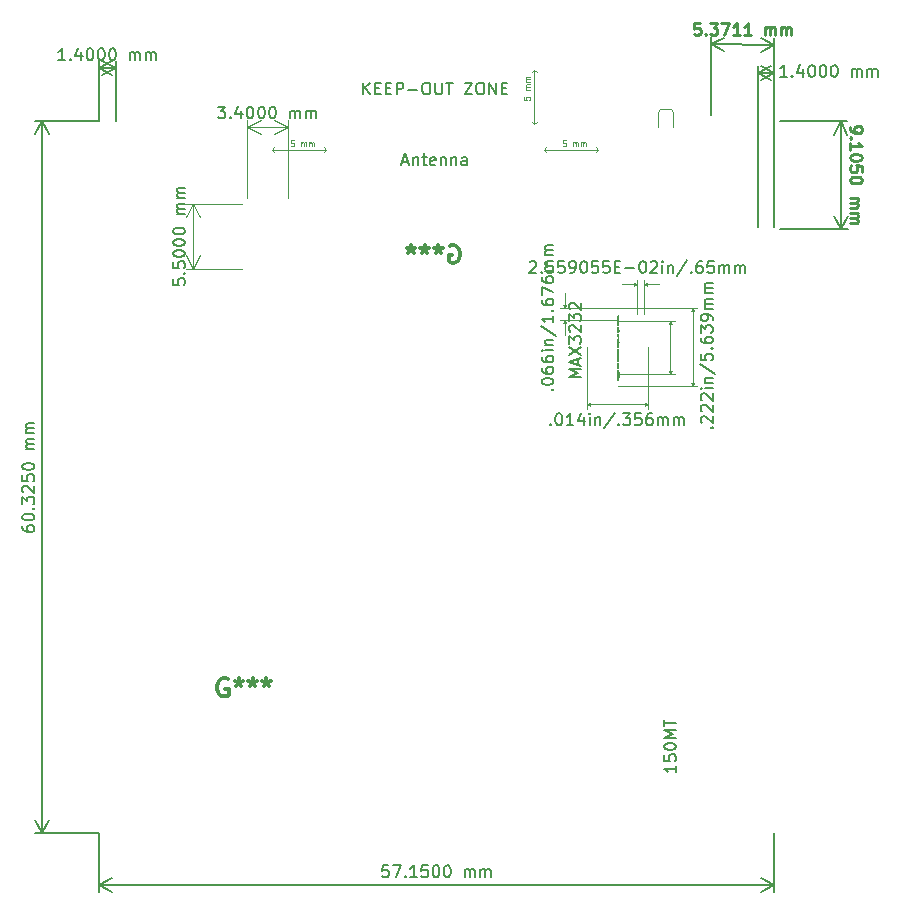
<source format=gbr>
%TF.GenerationSoftware,KiCad,Pcbnew,(6.0.7)*%
%TF.CreationDate,2022-10-26T22:39:22-05:00*%
%TF.ProjectId,SmartSpin2k,536d6172-7453-4706-996e-326b2e6b6963,2.35*%
%TF.SameCoordinates,Original*%
%TF.FileFunction,Other,Comment*%
%FSLAX46Y46*%
G04 Gerber Fmt 4.6, Leading zero omitted, Abs format (unit mm)*
G04 Created by KiCad (PCBNEW (6.0.7)) date 2022-10-26 22:39:22*
%MOMM*%
%LPD*%
G01*
G04 APERTURE LIST*
%ADD10C,0.250000*%
%ADD11C,0.200000*%
%ADD12C,0.150000*%
%ADD13C,0.100000*%
%ADD14C,0.002000*%
%ADD15C,0.300000*%
%ADD16C,0.120000*%
G04 APERTURE END LIST*
D10*
X50884706Y68606952D02*
X50408521Y68609204D01*
X50358650Y68133244D01*
X50406494Y68180637D01*
X50501956Y68227805D01*
X50740049Y68226680D01*
X50835061Y68178611D01*
X50882454Y68130767D01*
X50929622Y68035305D01*
X50928496Y67797212D01*
X50880427Y67702200D01*
X50832584Y67654807D01*
X50737121Y67607639D01*
X50499029Y67608765D01*
X50404017Y67656834D01*
X50356624Y67704677D01*
X51356613Y67699948D02*
X51404006Y67652105D01*
X51356162Y67604711D01*
X51308769Y67652555D01*
X51356613Y67699948D01*
X51356162Y67604711D01*
X51741839Y68602899D02*
X52360880Y68599971D01*
X52025749Y68220599D01*
X52168604Y68219924D01*
X52263616Y68171855D01*
X52311010Y68124011D01*
X52358178Y68028549D01*
X52357052Y67790456D01*
X52308983Y67695445D01*
X52261139Y67648051D01*
X52165677Y67600883D01*
X51879966Y67602234D01*
X51784954Y67650303D01*
X51737561Y67698147D01*
X52694210Y68598395D02*
X53360869Y68595242D01*
X52927573Y67597280D01*
X54260892Y67590975D02*
X53689469Y67593677D01*
X53975181Y67592326D02*
X53979910Y68592315D01*
X53883997Y68449909D01*
X53788310Y68355123D01*
X53692847Y68307955D01*
X55213262Y67586471D02*
X54641840Y67589173D01*
X54927551Y67587822D02*
X54932280Y68587811D01*
X54836367Y68445406D01*
X54740680Y68350619D01*
X54645218Y68303451D01*
X56403725Y67580841D02*
X56406877Y68247500D01*
X56406427Y68152263D02*
X56454271Y68199656D01*
X56549733Y68246825D01*
X56692589Y68246149D01*
X56787600Y68198080D01*
X56834769Y68102618D01*
X56832291Y67578814D01*
X56834769Y68102618D02*
X56882837Y68197630D01*
X56978300Y68244798D01*
X57121155Y68244122D01*
X57216167Y68196053D01*
X57263335Y68100591D01*
X57260858Y67576787D01*
X57737043Y67574535D02*
X57740196Y68241195D01*
X57739746Y68145958D02*
X57787589Y68193351D01*
X57883051Y68240519D01*
X58025907Y68239844D01*
X58120919Y68191775D01*
X58168087Y68096312D01*
X58165610Y67572509D01*
X58168087Y68096312D02*
X58216156Y68191324D01*
X58311618Y68238492D01*
X58454474Y68237817D01*
X58549485Y68189748D01*
X58596654Y68094286D01*
X58594176Y67570482D01*
D11*
X51781365Y60810394D02*
X51812487Y67391351D01*
X57152365Y60784994D02*
X57183487Y67365951D01*
X51809713Y66804938D02*
X57180713Y66779538D01*
X51809713Y66804938D02*
X57180713Y66779538D01*
X51809713Y66804938D02*
X52933431Y66213197D01*
X51809713Y66804938D02*
X52938977Y67386025D01*
X57180713Y66779538D02*
X56056995Y67371279D01*
X57180713Y66779538D02*
X56051449Y66198451D01*
D12*
X58242571Y64062620D02*
X57671142Y64062620D01*
X57956857Y64062620D02*
X57956857Y65062620D01*
X57861619Y64919762D01*
X57766380Y64824524D01*
X57671142Y64776905D01*
X58671142Y64157858D02*
X58718761Y64110239D01*
X58671142Y64062620D01*
X58623523Y64110239D01*
X58671142Y64157858D01*
X58671142Y64062620D01*
X59575904Y64729286D02*
X59575904Y64062620D01*
X59337809Y65110239D02*
X59099714Y64395953D01*
X59718761Y64395953D01*
X60290190Y65062620D02*
X60385428Y65062620D01*
X60480666Y65015000D01*
X60528285Y64967381D01*
X60575904Y64872143D01*
X60623523Y64681667D01*
X60623523Y64443572D01*
X60575904Y64253096D01*
X60528285Y64157858D01*
X60480666Y64110239D01*
X60385428Y64062620D01*
X60290190Y64062620D01*
X60194952Y64110239D01*
X60147333Y64157858D01*
X60099714Y64253096D01*
X60052095Y64443572D01*
X60052095Y64681667D01*
X60099714Y64872143D01*
X60147333Y64967381D01*
X60194952Y65015000D01*
X60290190Y65062620D01*
X61242571Y65062620D02*
X61337809Y65062620D01*
X61433047Y65015000D01*
X61480666Y64967381D01*
X61528285Y64872143D01*
X61575904Y64681667D01*
X61575904Y64443572D01*
X61528285Y64253096D01*
X61480666Y64157858D01*
X61433047Y64110239D01*
X61337809Y64062620D01*
X61242571Y64062620D01*
X61147333Y64110239D01*
X61099714Y64157858D01*
X61052095Y64253096D01*
X61004476Y64443572D01*
X61004476Y64681667D01*
X61052095Y64872143D01*
X61099714Y64967381D01*
X61147333Y65015000D01*
X61242571Y65062620D01*
X62194952Y65062620D02*
X62290190Y65062620D01*
X62385428Y65015000D01*
X62433047Y64967381D01*
X62480666Y64872143D01*
X62528285Y64681667D01*
X62528285Y64443572D01*
X62480666Y64253096D01*
X62433047Y64157858D01*
X62385428Y64110239D01*
X62290190Y64062620D01*
X62194952Y64062620D01*
X62099714Y64110239D01*
X62052095Y64157858D01*
X62004476Y64253096D01*
X61956857Y64443572D01*
X61956857Y64681667D01*
X62004476Y64872143D01*
X62052095Y64967381D01*
X62099714Y65015000D01*
X62194952Y65062620D01*
X63718761Y64062620D02*
X63718761Y64729286D01*
X63718761Y64634048D02*
X63766380Y64681667D01*
X63861619Y64729286D01*
X64004476Y64729286D01*
X64099714Y64681667D01*
X64147333Y64586429D01*
X64147333Y64062620D01*
X64147333Y64586429D02*
X64194952Y64681667D01*
X64290190Y64729286D01*
X64433047Y64729286D01*
X64528285Y64681667D01*
X64575904Y64586429D01*
X64575904Y64062620D01*
X65052095Y64062620D02*
X65052095Y64729286D01*
X65052095Y64634048D02*
X65099714Y64681667D01*
X65194952Y64729286D01*
X65337809Y64729286D01*
X65433047Y64681667D01*
X65480666Y64586429D01*
X65480666Y64062620D01*
X65480666Y64586429D02*
X65528285Y64681667D01*
X65623523Y64729286D01*
X65766380Y64729286D01*
X65861619Y64681667D01*
X65909238Y64586429D01*
X65909238Y64062620D01*
X57150000Y51307000D02*
X57150000Y64974420D01*
X55750000Y51307000D02*
X55750000Y64974420D01*
X56905667Y64388000D02*
X55750000Y64388000D01*
X57150000Y64388000D02*
X56023496Y64974421D01*
X57150000Y64388000D02*
X56023496Y63801579D01*
X55750000Y64388000D02*
X56876504Y63801579D01*
X55750000Y64388000D02*
X56876504Y64974421D01*
X-2871429Y65467620D02*
X-3442858Y65467620D01*
X-3157143Y65467620D02*
X-3157143Y66467620D01*
X-3252381Y66324762D01*
X-3347620Y66229524D01*
X-3442858Y66181905D01*
X-2442858Y65562858D02*
X-2395239Y65515239D01*
X-2442858Y65467620D01*
X-2490477Y65515239D01*
X-2442858Y65562858D01*
X-2442858Y65467620D01*
X-1538096Y66134286D02*
X-1538096Y65467620D01*
X-1776191Y66515239D02*
X-2014286Y65800953D01*
X-1395239Y65800953D01*
X-823810Y66467620D02*
X-728572Y66467620D01*
X-633334Y66420000D01*
X-585715Y66372381D01*
X-538096Y66277143D01*
X-490477Y66086667D01*
X-490477Y65848572D01*
X-538096Y65658096D01*
X-585715Y65562858D01*
X-633334Y65515239D01*
X-728572Y65467620D01*
X-823810Y65467620D01*
X-919048Y65515239D01*
X-966667Y65562858D01*
X-1014286Y65658096D01*
X-1061905Y65848572D01*
X-1061905Y66086667D01*
X-1014286Y66277143D01*
X-966667Y66372381D01*
X-919048Y66420000D01*
X-823810Y66467620D01*
X128571Y66467620D02*
X223809Y66467620D01*
X319047Y66420000D01*
X366666Y66372381D01*
X414285Y66277143D01*
X461904Y66086667D01*
X461904Y65848572D01*
X414285Y65658096D01*
X366666Y65562858D01*
X319047Y65515239D01*
X223809Y65467620D01*
X128571Y65467620D01*
X33333Y65515239D01*
X-14286Y65562858D01*
X-61905Y65658096D01*
X-109524Y65848572D01*
X-109524Y66086667D01*
X-61905Y66277143D01*
X-14286Y66372381D01*
X33333Y66420000D01*
X128571Y66467620D01*
X1080952Y66467620D02*
X1176190Y66467620D01*
X1271428Y66420000D01*
X1319047Y66372381D01*
X1366666Y66277143D01*
X1414285Y66086667D01*
X1414285Y65848572D01*
X1366666Y65658096D01*
X1319047Y65562858D01*
X1271428Y65515239D01*
X1176190Y65467620D01*
X1080952Y65467620D01*
X985714Y65515239D01*
X938095Y65562858D01*
X890476Y65658096D01*
X842857Y65848572D01*
X842857Y66086667D01*
X890476Y66277143D01*
X938095Y66372381D01*
X985714Y66420000D01*
X1080952Y66467620D01*
X2604761Y65467620D02*
X2604761Y66134286D01*
X2604761Y66039048D02*
X2652380Y66086667D01*
X2747619Y66134286D01*
X2890476Y66134286D01*
X2985714Y66086667D01*
X3033333Y65991429D01*
X3033333Y65467620D01*
X3033333Y65991429D02*
X3080952Y66086667D01*
X3176190Y66134286D01*
X3319047Y66134286D01*
X3414285Y66086667D01*
X3461904Y65991429D01*
X3461904Y65467620D01*
X3938095Y65467620D02*
X3938095Y66134286D01*
X3938095Y66039048D02*
X3985714Y66086667D01*
X4080952Y66134286D01*
X4223809Y66134286D01*
X4319047Y66086667D01*
X4366666Y65991429D01*
X4366666Y65467620D01*
X4366666Y65991429D02*
X4414285Y66086667D01*
X4509523Y66134286D01*
X4652380Y66134286D01*
X4747619Y66086667D01*
X4795238Y65991429D01*
X4795238Y65467620D01*
X1400000Y60325000D02*
X1400000Y65356420D01*
X0Y60325000D02*
X0Y65356420D01*
X1400000Y64770000D02*
X0Y64770000D01*
X1400000Y64770000D02*
X0Y64770000D01*
X1400000Y64770000D02*
X273496Y65356421D01*
X1400000Y64770000D02*
X273496Y64183579D01*
X0Y64770000D02*
X1126504Y64183579D01*
X0Y64770000D02*
X1126504Y65356421D01*
X10075523Y61539020D02*
X10694571Y61539020D01*
X10361238Y61158067D01*
X10504095Y61158067D01*
X10599333Y61110448D01*
X10646952Y61062829D01*
X10694571Y60967591D01*
X10694571Y60729496D01*
X10646952Y60634258D01*
X10599333Y60586639D01*
X10504095Y60539020D01*
X10218380Y60539020D01*
X10123142Y60586639D01*
X10075523Y60634258D01*
X11123142Y60634258D02*
X11170761Y60586639D01*
X11123142Y60539020D01*
X11075523Y60586639D01*
X11123142Y60634258D01*
X11123142Y60539020D01*
X12027904Y61205686D02*
X12027904Y60539020D01*
X11789809Y61586639D02*
X11551714Y60872353D01*
X12170761Y60872353D01*
X12742190Y61539020D02*
X12837428Y61539020D01*
X12932666Y61491400D01*
X12980285Y61443781D01*
X13027904Y61348543D01*
X13075523Y61158067D01*
X13075523Y60919972D01*
X13027904Y60729496D01*
X12980285Y60634258D01*
X12932666Y60586639D01*
X12837428Y60539020D01*
X12742190Y60539020D01*
X12646952Y60586639D01*
X12599333Y60634258D01*
X12551714Y60729496D01*
X12504095Y60919972D01*
X12504095Y61158067D01*
X12551714Y61348543D01*
X12599333Y61443781D01*
X12646952Y61491400D01*
X12742190Y61539020D01*
X13694571Y61539020D02*
X13789809Y61539020D01*
X13885047Y61491400D01*
X13932666Y61443781D01*
X13980285Y61348543D01*
X14027904Y61158067D01*
X14027904Y60919972D01*
X13980285Y60729496D01*
X13932666Y60634258D01*
X13885047Y60586639D01*
X13789809Y60539020D01*
X13694571Y60539020D01*
X13599333Y60586639D01*
X13551714Y60634258D01*
X13504095Y60729496D01*
X13456476Y60919972D01*
X13456476Y61158067D01*
X13504095Y61348543D01*
X13551714Y61443781D01*
X13599333Y61491400D01*
X13694571Y61539020D01*
X14646952Y61539020D02*
X14742190Y61539020D01*
X14837428Y61491400D01*
X14885047Y61443781D01*
X14932666Y61348543D01*
X14980285Y61158067D01*
X14980285Y60919972D01*
X14932666Y60729496D01*
X14885047Y60634258D01*
X14837428Y60586639D01*
X14742190Y60539020D01*
X14646952Y60539020D01*
X14551714Y60586639D01*
X14504095Y60634258D01*
X14456476Y60729496D01*
X14408857Y60919972D01*
X14408857Y61158067D01*
X14456476Y61348543D01*
X14504095Y61443781D01*
X14551714Y61491400D01*
X14646952Y61539020D01*
X16170761Y60539020D02*
X16170761Y61205686D01*
X16170761Y61110448D02*
X16218380Y61158067D01*
X16313619Y61205686D01*
X16456476Y61205686D01*
X16551714Y61158067D01*
X16599333Y61062829D01*
X16599333Y60539020D01*
X16599333Y61062829D02*
X16646952Y61158067D01*
X16742190Y61205686D01*
X16885047Y61205686D01*
X16980285Y61158067D01*
X17027904Y61062829D01*
X17027904Y60539020D01*
X17504095Y60539020D02*
X17504095Y61205686D01*
X17504095Y61110448D02*
X17551714Y61158067D01*
X17646952Y61205686D01*
X17789809Y61205686D01*
X17885047Y61158067D01*
X17932666Y61062829D01*
X17932666Y60539020D01*
X17932666Y61062829D02*
X17980285Y61158067D01*
X18075523Y61205686D01*
X18218380Y61205686D01*
X18313619Y61158067D01*
X18361238Y61062829D01*
X18361238Y60539020D01*
D13*
X12566000Y53817800D02*
X12566000Y60427820D01*
X15966000Y53817800D02*
X15966000Y60427820D01*
X12566000Y59841400D02*
X15966000Y59841400D01*
X12566000Y59841400D02*
X15966000Y59841400D01*
X12566000Y59841400D02*
X13692504Y59254979D01*
X12566000Y59841400D02*
X13692504Y60427821D01*
X15966000Y59841400D02*
X14839496Y60427821D01*
X15966000Y59841400D02*
X14839496Y59254979D01*
D12*
X24479761Y-2702380D02*
X24003571Y-2702380D01*
X23955952Y-3178571D01*
X24003571Y-3130952D01*
X24098809Y-3083333D01*
X24336904Y-3083333D01*
X24432142Y-3130952D01*
X24479761Y-3178571D01*
X24527380Y-3273809D01*
X24527380Y-3511904D01*
X24479761Y-3607142D01*
X24432142Y-3654761D01*
X24336904Y-3702380D01*
X24098809Y-3702380D01*
X24003571Y-3654761D01*
X23955952Y-3607142D01*
X24860714Y-2702380D02*
X25527380Y-2702380D01*
X25098809Y-3702380D01*
X25908333Y-3607142D02*
X25955952Y-3654761D01*
X25908333Y-3702380D01*
X25860714Y-3654761D01*
X25908333Y-3607142D01*
X25908333Y-3702380D01*
X26908333Y-3702380D02*
X26336904Y-3702380D01*
X26622619Y-3702380D02*
X26622619Y-2702380D01*
X26527380Y-2845238D01*
X26432142Y-2940476D01*
X26336904Y-2988095D01*
X27813095Y-2702380D02*
X27336904Y-2702380D01*
X27289285Y-3178571D01*
X27336904Y-3130952D01*
X27432142Y-3083333D01*
X27670238Y-3083333D01*
X27765476Y-3130952D01*
X27813095Y-3178571D01*
X27860714Y-3273809D01*
X27860714Y-3511904D01*
X27813095Y-3607142D01*
X27765476Y-3654761D01*
X27670238Y-3702380D01*
X27432142Y-3702380D01*
X27336904Y-3654761D01*
X27289285Y-3607142D01*
X28479761Y-2702380D02*
X28575000Y-2702380D01*
X28670238Y-2750000D01*
X28717857Y-2797619D01*
X28765476Y-2892857D01*
X28813095Y-3083333D01*
X28813095Y-3321428D01*
X28765476Y-3511904D01*
X28717857Y-3607142D01*
X28670238Y-3654761D01*
X28575000Y-3702380D01*
X28479761Y-3702380D01*
X28384523Y-3654761D01*
X28336904Y-3607142D01*
X28289285Y-3511904D01*
X28241666Y-3321428D01*
X28241666Y-3083333D01*
X28289285Y-2892857D01*
X28336904Y-2797619D01*
X28384523Y-2750000D01*
X28479761Y-2702380D01*
X29432142Y-2702380D02*
X29527380Y-2702380D01*
X29622619Y-2750000D01*
X29670238Y-2797619D01*
X29717857Y-2892857D01*
X29765476Y-3083333D01*
X29765476Y-3321428D01*
X29717857Y-3511904D01*
X29670238Y-3607142D01*
X29622619Y-3654761D01*
X29527380Y-3702380D01*
X29432142Y-3702380D01*
X29336904Y-3654761D01*
X29289285Y-3607142D01*
X29241666Y-3511904D01*
X29194047Y-3321428D01*
X29194047Y-3083333D01*
X29241666Y-2892857D01*
X29289285Y-2797619D01*
X29336904Y-2750000D01*
X29432142Y-2702380D01*
X30955952Y-3702380D02*
X30955952Y-3035714D01*
X30955952Y-3130952D02*
X31003571Y-3083333D01*
X31098809Y-3035714D01*
X31241666Y-3035714D01*
X31336904Y-3083333D01*
X31384523Y-3178571D01*
X31384523Y-3702380D01*
X31384523Y-3178571D02*
X31432142Y-3083333D01*
X31527380Y-3035714D01*
X31670238Y-3035714D01*
X31765476Y-3083333D01*
X31813095Y-3178571D01*
X31813095Y-3702380D01*
X32289285Y-3702380D02*
X32289285Y-3035714D01*
X32289285Y-3130952D02*
X32336904Y-3083333D01*
X32432142Y-3035714D01*
X32575000Y-3035714D01*
X32670238Y-3083333D01*
X32717857Y-3178571D01*
X32717857Y-3702380D01*
X32717857Y-3178571D02*
X32765476Y-3083333D01*
X32860714Y-3035714D01*
X33003571Y-3035714D01*
X33098809Y-3083333D01*
X33146428Y-3178571D01*
X33146428Y-3702380D01*
X0Y0D02*
X0Y-4986420D01*
X57150000Y0D02*
X57150000Y-4986420D01*
X0Y-4400000D02*
X57150000Y-4400000D01*
X0Y-4400000D02*
X57150000Y-4400000D01*
X0Y-4400000D02*
X1126504Y-4986421D01*
X0Y-4400000D02*
X1126504Y-3813579D01*
X57150000Y-4400000D02*
X56023496Y-3813579D01*
X57150000Y-4400000D02*
X56023496Y-4986421D01*
X6268380Y46948753D02*
X6268380Y46472562D01*
X6744571Y46424943D01*
X6696952Y46472562D01*
X6649333Y46567800D01*
X6649333Y46805896D01*
X6696952Y46901134D01*
X6744571Y46948753D01*
X6839809Y46996372D01*
X7077904Y46996372D01*
X7173142Y46948753D01*
X7220761Y46901134D01*
X7268380Y46805896D01*
X7268380Y46567800D01*
X7220761Y46472562D01*
X7173142Y46424943D01*
X7173142Y47424943D02*
X7220761Y47472562D01*
X7268380Y47424943D01*
X7220761Y47377324D01*
X7173142Y47424943D01*
X7268380Y47424943D01*
X6268380Y48377324D02*
X6268380Y47901134D01*
X6744571Y47853515D01*
X6696952Y47901134D01*
X6649333Y47996372D01*
X6649333Y48234467D01*
X6696952Y48329705D01*
X6744571Y48377324D01*
X6839809Y48424943D01*
X7077904Y48424943D01*
X7173142Y48377324D01*
X7220761Y48329705D01*
X7268380Y48234467D01*
X7268380Y47996372D01*
X7220761Y47901134D01*
X7173142Y47853515D01*
X6268380Y49043991D02*
X6268380Y49139229D01*
X6316000Y49234467D01*
X6363619Y49282086D01*
X6458857Y49329705D01*
X6649333Y49377324D01*
X6887428Y49377324D01*
X7077904Y49329705D01*
X7173142Y49282086D01*
X7220761Y49234467D01*
X7268380Y49139229D01*
X7268380Y49043991D01*
X7220761Y48948753D01*
X7173142Y48901134D01*
X7077904Y48853515D01*
X6887428Y48805896D01*
X6649333Y48805896D01*
X6458857Y48853515D01*
X6363619Y48901134D01*
X6316000Y48948753D01*
X6268380Y49043991D01*
X6268380Y49996372D02*
X6268380Y50091610D01*
X6316000Y50186848D01*
X6363619Y50234467D01*
X6458857Y50282086D01*
X6649333Y50329705D01*
X6887428Y50329705D01*
X7077904Y50282086D01*
X7173142Y50234467D01*
X7220761Y50186848D01*
X7268380Y50091610D01*
X7268380Y49996372D01*
X7220761Y49901134D01*
X7173142Y49853515D01*
X7077904Y49805896D01*
X6887428Y49758277D01*
X6649333Y49758277D01*
X6458857Y49805896D01*
X6363619Y49853515D01*
X6316000Y49901134D01*
X6268380Y49996372D01*
X6268380Y50948753D02*
X6268380Y51043991D01*
X6316000Y51139229D01*
X6363619Y51186848D01*
X6458857Y51234467D01*
X6649333Y51282086D01*
X6887428Y51282086D01*
X7077904Y51234467D01*
X7173142Y51186848D01*
X7220761Y51139229D01*
X7268380Y51043991D01*
X7268380Y50948753D01*
X7220761Y50853515D01*
X7173142Y50805896D01*
X7077904Y50758277D01*
X6887428Y50710658D01*
X6649333Y50710658D01*
X6458857Y50758277D01*
X6363619Y50805896D01*
X6316000Y50853515D01*
X6268380Y50948753D01*
X7268380Y52472562D02*
X6601714Y52472562D01*
X6696952Y52472562D02*
X6649333Y52520181D01*
X6601714Y52615420D01*
X6601714Y52758277D01*
X6649333Y52853515D01*
X6744571Y52901134D01*
X7268380Y52901134D01*
X6744571Y52901134D02*
X6649333Y52948753D01*
X6601714Y53043991D01*
X6601714Y53186848D01*
X6649333Y53282086D01*
X6744571Y53329705D01*
X7268380Y53329705D01*
X7268380Y53805896D02*
X6601714Y53805896D01*
X6696952Y53805896D02*
X6649333Y53853515D01*
X6601714Y53948753D01*
X6601714Y54091610D01*
X6649333Y54186848D01*
X6744571Y54234467D01*
X7268380Y54234467D01*
X6744571Y54234467D02*
X6649333Y54282086D01*
X6601714Y54377324D01*
X6601714Y54520181D01*
X6649333Y54615420D01*
X6744571Y54663039D01*
X7268380Y54663039D01*
D13*
X12066000Y53317800D02*
X7379580Y53317800D01*
X12066000Y47817800D02*
X7379580Y47817800D01*
X7966000Y53317800D02*
X7966000Y47817800D01*
X7966000Y53317800D02*
X7966000Y47817800D01*
X7966000Y53317800D02*
X7379579Y52191296D01*
X7966000Y53317800D02*
X8552421Y52191296D01*
X7966000Y47817800D02*
X8552421Y48944304D01*
X7966000Y47817800D02*
X7379579Y48944304D01*
D12*
X-6497620Y26019643D02*
X-6497620Y25829167D01*
X-6450000Y25733929D01*
X-6402381Y25686310D01*
X-6259524Y25591072D01*
X-6069048Y25543453D01*
X-5688096Y25543453D01*
X-5592858Y25591072D01*
X-5545239Y25638691D01*
X-5497620Y25733929D01*
X-5497620Y25924405D01*
X-5545239Y26019643D01*
X-5592858Y26067262D01*
X-5688096Y26114881D01*
X-5926191Y26114881D01*
X-6021429Y26067262D01*
X-6069048Y26019643D01*
X-6116667Y25924405D01*
X-6116667Y25733929D01*
X-6069048Y25638691D01*
X-6021429Y25591072D01*
X-5926191Y25543453D01*
X-6497620Y26733929D02*
X-6497620Y26829167D01*
X-6450000Y26924405D01*
X-6402381Y26972024D01*
X-6307143Y27019643D01*
X-6116667Y27067262D01*
X-5878572Y27067262D01*
X-5688096Y27019643D01*
X-5592858Y26972024D01*
X-5545239Y26924405D01*
X-5497620Y26829167D01*
X-5497620Y26733929D01*
X-5545239Y26638691D01*
X-5592858Y26591072D01*
X-5688096Y26543453D01*
X-5878572Y26495834D01*
X-6116667Y26495834D01*
X-6307143Y26543453D01*
X-6402381Y26591072D01*
X-6450000Y26638691D01*
X-6497620Y26733929D01*
X-5592858Y27495834D02*
X-5545239Y27543453D01*
X-5497620Y27495834D01*
X-5545239Y27448215D01*
X-5592858Y27495834D01*
X-5497620Y27495834D01*
X-6497620Y27876786D02*
X-6497620Y28495834D01*
X-6116667Y28162500D01*
X-6116667Y28305358D01*
X-6069048Y28400596D01*
X-6021429Y28448215D01*
X-5926191Y28495834D01*
X-5688096Y28495834D01*
X-5592858Y28448215D01*
X-5545239Y28400596D01*
X-5497620Y28305358D01*
X-5497620Y28019643D01*
X-5545239Y27924405D01*
X-5592858Y27876786D01*
X-6402381Y28876786D02*
X-6450000Y28924405D01*
X-6497620Y29019643D01*
X-6497620Y29257739D01*
X-6450000Y29352977D01*
X-6402381Y29400596D01*
X-6307143Y29448215D01*
X-6211905Y29448215D01*
X-6069048Y29400596D01*
X-5497620Y28829167D01*
X-5497620Y29448215D01*
X-6497620Y30352977D02*
X-6497620Y29876786D01*
X-6021429Y29829167D01*
X-6069048Y29876786D01*
X-6116667Y29972024D01*
X-6116667Y30210120D01*
X-6069048Y30305358D01*
X-6021429Y30352977D01*
X-5926191Y30400596D01*
X-5688096Y30400596D01*
X-5592858Y30352977D01*
X-5545239Y30305358D01*
X-5497620Y30210120D01*
X-5497620Y29972024D01*
X-5545239Y29876786D01*
X-5592858Y29829167D01*
X-6497620Y31019643D02*
X-6497620Y31114881D01*
X-6450000Y31210120D01*
X-6402381Y31257739D01*
X-6307143Y31305358D01*
X-6116667Y31352977D01*
X-5878572Y31352977D01*
X-5688096Y31305358D01*
X-5592858Y31257739D01*
X-5545239Y31210120D01*
X-5497620Y31114881D01*
X-5497620Y31019643D01*
X-5545239Y30924405D01*
X-5592858Y30876786D01*
X-5688096Y30829167D01*
X-5878572Y30781548D01*
X-6116667Y30781548D01*
X-6307143Y30829167D01*
X-6402381Y30876786D01*
X-6450000Y30924405D01*
X-6497620Y31019643D01*
X-5497620Y32543453D02*
X-6164286Y32543453D01*
X-6069048Y32543453D02*
X-6116667Y32591072D01*
X-6164286Y32686310D01*
X-6164286Y32829167D01*
X-6116667Y32924405D01*
X-6021429Y32972024D01*
X-5497620Y32972024D01*
X-6021429Y32972024D02*
X-6116667Y33019643D01*
X-6164286Y33114881D01*
X-6164286Y33257739D01*
X-6116667Y33352977D01*
X-6021429Y33400596D01*
X-5497620Y33400596D01*
X-5497620Y33876786D02*
X-6164286Y33876786D01*
X-6069048Y33876786D02*
X-6116667Y33924405D01*
X-6164286Y34019643D01*
X-6164286Y34162500D01*
X-6116667Y34257739D01*
X-6021429Y34305358D01*
X-5497620Y34305358D01*
X-6021429Y34305358D02*
X-6116667Y34352977D01*
X-6164286Y34448215D01*
X-6164286Y34591072D01*
X-6116667Y34686310D01*
X-6021429Y34733929D01*
X-5497620Y34733929D01*
X0Y60325000D02*
X-5386420Y60325000D01*
X0Y0D02*
X-5386420Y0D01*
X-4800000Y60325000D02*
X-4800000Y0D01*
X-4800000Y60325000D02*
X-4800000Y0D01*
X-4800000Y60325000D02*
X-5386421Y59198496D01*
X-4800000Y60325000D02*
X-4213579Y59198496D01*
X-4800000Y0D02*
X-4213579Y1126504D01*
X-4800000Y0D02*
X-5386421Y1126504D01*
D10*
X63574913Y59789006D02*
X63575176Y59598530D01*
X63622927Y59503358D01*
X63670612Y59455804D01*
X63813601Y59360764D01*
X64004143Y59313409D01*
X64385095Y59313936D01*
X64480267Y59361687D01*
X64527820Y59409372D01*
X64575307Y59504675D01*
X64575044Y59695151D01*
X64527293Y59790324D01*
X64479608Y59837877D01*
X64384304Y59885364D01*
X64146209Y59885034D01*
X64051037Y59837284D01*
X64003484Y59789599D01*
X63955996Y59694295D01*
X63956260Y59503819D01*
X64004011Y59408647D01*
X64051696Y59361094D01*
X64147000Y59313606D01*
X63671403Y58884376D02*
X63623850Y58836692D01*
X63576165Y58884245D01*
X63623718Y58931930D01*
X63671403Y58884376D01*
X63576165Y58884245D01*
X63577549Y57884246D02*
X63576758Y58455674D01*
X63577153Y58169960D02*
X64577152Y58171343D01*
X64434163Y58266384D01*
X64338794Y58361490D01*
X64291043Y58456662D01*
X64578404Y57266582D02*
X64578536Y57171344D01*
X64531049Y57076040D01*
X64483496Y57028356D01*
X64388324Y56980605D01*
X64197914Y56932722D01*
X63959819Y56932393D01*
X63769277Y56979748D01*
X63673973Y57027235D01*
X63626288Y57074788D01*
X63578537Y57169961D01*
X63578405Y57265199D01*
X63625892Y57360502D01*
X63673446Y57408187D01*
X63768618Y57455938D01*
X63959028Y57503821D01*
X64197123Y57504150D01*
X64387665Y57456795D01*
X64482969Y57409308D01*
X64530653Y57361754D01*
X64578404Y57266582D01*
X64580118Y56028488D02*
X64579459Y56504678D01*
X64103203Y56551638D01*
X64150888Y56504085D01*
X64198638Y56408913D01*
X64198968Y56170818D01*
X64151481Y56075514D01*
X64103928Y56027829D01*
X64008756Y55980079D01*
X63770660Y55979749D01*
X63675357Y56027236D01*
X63627672Y56074789D01*
X63579921Y56169961D01*
X63579591Y56408056D01*
X63627079Y56503360D01*
X63674632Y56551045D01*
X64581040Y55361822D02*
X64581172Y55266584D01*
X64533685Y55171280D01*
X64486132Y55123596D01*
X64390960Y55075845D01*
X64200549Y55027962D01*
X63962454Y55027633D01*
X63771913Y55074988D01*
X63676609Y55122475D01*
X63628924Y55170028D01*
X63581173Y55265200D01*
X63581041Y55360438D01*
X63628528Y55455742D01*
X63676081Y55503427D01*
X63771254Y55551178D01*
X63961664Y55599061D01*
X64199759Y55599390D01*
X64390301Y55552035D01*
X64485605Y55504548D01*
X64533289Y55456994D01*
X64581040Y55361822D01*
X63583150Y53836630D02*
X64249816Y53837553D01*
X64154578Y53837421D02*
X64202263Y53789868D01*
X64250014Y53694696D01*
X64250211Y53551839D01*
X64202724Y53456535D01*
X64107552Y53408784D01*
X63583743Y53408059D01*
X64107552Y53408784D02*
X64202856Y53361297D01*
X64250607Y53266125D01*
X64250804Y53123268D01*
X64203317Y53027964D01*
X64108145Y52980213D01*
X63584336Y52979488D01*
X63584995Y52503298D02*
X64251661Y52504221D01*
X64156423Y52504089D02*
X64204108Y52456536D01*
X64251859Y52361364D01*
X64252056Y52218507D01*
X64204569Y52123203D01*
X64109397Y52075452D01*
X63585588Y52074727D01*
X64109397Y52075452D02*
X64204701Y52027965D01*
X64252452Y51932793D01*
X64252650Y51789936D01*
X64205162Y51694632D01*
X64109990Y51646881D01*
X63586181Y51646156D01*
D11*
X57662600Y51180692D02*
X63375616Y51188598D01*
X57650000Y60285692D02*
X63363016Y60293598D01*
X62789196Y51187786D02*
X62776596Y60292786D01*
X62789196Y51187786D02*
X62776596Y60292786D01*
X62789196Y51187786D02*
X63374057Y52315100D01*
X62789196Y51187786D02*
X62201217Y52313477D01*
X62776596Y60292786D02*
X62191735Y59165472D01*
X62776596Y60292786D02*
X63364575Y59167095D01*
D12*
%TO.C,U3*%
X40808880Y38615443D02*
X39808880Y38615443D01*
X40523166Y38948777D01*
X39808880Y39282110D01*
X40808880Y39282110D01*
X40523166Y39710681D02*
X40523166Y40186872D01*
X40808880Y39615443D02*
X39808880Y39948777D01*
X40808880Y40282110D01*
X39808880Y40520205D02*
X40808880Y41186872D01*
X39808880Y41186872D02*
X40808880Y40520205D01*
X39808880Y41472586D02*
X39808880Y42091634D01*
X40189833Y41758300D01*
X40189833Y41901158D01*
X40237452Y41996396D01*
X40285071Y42044015D01*
X40380309Y42091634D01*
X40618404Y42091634D01*
X40713642Y42044015D01*
X40761261Y41996396D01*
X40808880Y41901158D01*
X40808880Y41615443D01*
X40761261Y41520205D01*
X40713642Y41472586D01*
X39904119Y42472586D02*
X39856500Y42520205D01*
X39808880Y42615443D01*
X39808880Y42853539D01*
X39856500Y42948777D01*
X39904119Y42996396D01*
X39999357Y43044015D01*
X40094595Y43044015D01*
X40237452Y42996396D01*
X40808880Y42424967D01*
X40808880Y43044015D01*
X39808880Y43377348D02*
X39808880Y43996396D01*
X40189833Y43663062D01*
X40189833Y43805920D01*
X40237452Y43901158D01*
X40285071Y43948777D01*
X40380309Y43996396D01*
X40618404Y43996396D01*
X40713642Y43948777D01*
X40761261Y43901158D01*
X40808880Y43805920D01*
X40808880Y43520205D01*
X40761261Y43424967D01*
X40713642Y43377348D01*
X39904119Y44377348D02*
X39856500Y44424967D01*
X39808880Y44520205D01*
X39808880Y44758300D01*
X39856500Y44853539D01*
X39904119Y44901158D01*
X39999357Y44948777D01*
X40094595Y44948777D01*
X40237452Y44901158D01*
X40808880Y44329729D01*
X40808880Y44948777D01*
X38364642Y37555253D02*
X38412261Y37602872D01*
X38459880Y37555253D01*
X38412261Y37507634D01*
X38364642Y37555253D01*
X38459880Y37555253D01*
X37459880Y38221920D02*
X37459880Y38317158D01*
X37507500Y38412396D01*
X37555119Y38460015D01*
X37650357Y38507634D01*
X37840833Y38555253D01*
X38078928Y38555253D01*
X38269404Y38507634D01*
X38364642Y38460015D01*
X38412261Y38412396D01*
X38459880Y38317158D01*
X38459880Y38221920D01*
X38412261Y38126681D01*
X38364642Y38079062D01*
X38269404Y38031443D01*
X38078928Y37983824D01*
X37840833Y37983824D01*
X37650357Y38031443D01*
X37555119Y38079062D01*
X37507500Y38126681D01*
X37459880Y38221920D01*
X37459880Y39412396D02*
X37459880Y39221920D01*
X37507500Y39126681D01*
X37555119Y39079062D01*
X37697976Y38983824D01*
X37888452Y38936205D01*
X38269404Y38936205D01*
X38364642Y38983824D01*
X38412261Y39031443D01*
X38459880Y39126681D01*
X38459880Y39317158D01*
X38412261Y39412396D01*
X38364642Y39460015D01*
X38269404Y39507634D01*
X38031309Y39507634D01*
X37936071Y39460015D01*
X37888452Y39412396D01*
X37840833Y39317158D01*
X37840833Y39126681D01*
X37888452Y39031443D01*
X37936071Y38983824D01*
X38031309Y38936205D01*
X37459880Y40364777D02*
X37459880Y40174300D01*
X37507500Y40079062D01*
X37555119Y40031443D01*
X37697976Y39936205D01*
X37888452Y39888586D01*
X38269404Y39888586D01*
X38364642Y39936205D01*
X38412261Y39983824D01*
X38459880Y40079062D01*
X38459880Y40269539D01*
X38412261Y40364777D01*
X38364642Y40412396D01*
X38269404Y40460015D01*
X38031309Y40460015D01*
X37936071Y40412396D01*
X37888452Y40364777D01*
X37840833Y40269539D01*
X37840833Y40079062D01*
X37888452Y39983824D01*
X37936071Y39936205D01*
X38031309Y39888586D01*
X38459880Y40888586D02*
X37793214Y40888586D01*
X37459880Y40888586D02*
X37507500Y40840967D01*
X37555119Y40888586D01*
X37507500Y40936205D01*
X37459880Y40888586D01*
X37555119Y40888586D01*
X37793214Y41364777D02*
X38459880Y41364777D01*
X37888452Y41364777D02*
X37840833Y41412396D01*
X37793214Y41507634D01*
X37793214Y41650491D01*
X37840833Y41745729D01*
X37936071Y41793348D01*
X38459880Y41793348D01*
X37412261Y42983824D02*
X38697976Y42126681D01*
X38459880Y43840967D02*
X38459880Y43269539D01*
X38459880Y43555253D02*
X37459880Y43555253D01*
X37602738Y43460015D01*
X37697976Y43364777D01*
X37745595Y43269539D01*
X38364642Y44269539D02*
X38412261Y44317158D01*
X38459880Y44269539D01*
X38412261Y44221920D01*
X38364642Y44269539D01*
X38459880Y44269539D01*
X37459880Y45174300D02*
X37459880Y44983824D01*
X37507500Y44888586D01*
X37555119Y44840967D01*
X37697976Y44745729D01*
X37888452Y44698110D01*
X38269404Y44698110D01*
X38364642Y44745729D01*
X38412261Y44793348D01*
X38459880Y44888586D01*
X38459880Y45079062D01*
X38412261Y45174300D01*
X38364642Y45221920D01*
X38269404Y45269539D01*
X38031309Y45269539D01*
X37936071Y45221920D01*
X37888452Y45174300D01*
X37840833Y45079062D01*
X37840833Y44888586D01*
X37888452Y44793348D01*
X37936071Y44745729D01*
X38031309Y44698110D01*
X37459880Y45602872D02*
X37459880Y46269539D01*
X38459880Y45840967D01*
X37459880Y47079062D02*
X37459880Y46888586D01*
X37507500Y46793348D01*
X37555119Y46745729D01*
X37697976Y46650491D01*
X37888452Y46602872D01*
X38269404Y46602872D01*
X38364642Y46650491D01*
X38412261Y46698110D01*
X38459880Y46793348D01*
X38459880Y46983824D01*
X38412261Y47079062D01*
X38364642Y47126681D01*
X38269404Y47174300D01*
X38031309Y47174300D01*
X37936071Y47126681D01*
X37888452Y47079062D01*
X37840833Y46983824D01*
X37840833Y46793348D01*
X37888452Y46698110D01*
X37936071Y46650491D01*
X38031309Y46602872D01*
X38459880Y47602872D02*
X37793214Y47602872D01*
X37888452Y47602872D02*
X37840833Y47650491D01*
X37793214Y47745729D01*
X37793214Y47888586D01*
X37840833Y47983824D01*
X37936071Y48031443D01*
X38459880Y48031443D01*
X37936071Y48031443D02*
X37840833Y48079062D01*
X37793214Y48174300D01*
X37793214Y48317158D01*
X37840833Y48412396D01*
X37936071Y48460015D01*
X38459880Y48460015D01*
X38459880Y48936205D02*
X37793214Y48936205D01*
X37888452Y48936205D02*
X37840833Y48983824D01*
X37793214Y49079062D01*
X37793214Y49221920D01*
X37840833Y49317158D01*
X37936071Y49364777D01*
X38459880Y49364777D01*
X37936071Y49364777D02*
X37840833Y49412396D01*
X37793214Y49507634D01*
X37793214Y49650491D01*
X37840833Y49745729D01*
X37936071Y49793348D01*
X38459880Y49793348D01*
D14*
X43942857Y38498467D02*
X43948904Y38492420D01*
X43954952Y38474277D01*
X43954952Y38462181D01*
X43948904Y38444039D01*
X43936809Y38431943D01*
X43924714Y38425896D01*
X43900523Y38419848D01*
X43882380Y38419848D01*
X43858190Y38425896D01*
X43846095Y38431943D01*
X43834000Y38444039D01*
X43827952Y38462181D01*
X43827952Y38474277D01*
X43834000Y38492420D01*
X43840047Y38498467D01*
X43954952Y38571039D02*
X43948904Y38558943D01*
X43942857Y38552896D01*
X43930761Y38546848D01*
X43894476Y38546848D01*
X43882380Y38552896D01*
X43876333Y38558943D01*
X43870285Y38571039D01*
X43870285Y38589181D01*
X43876333Y38601277D01*
X43882380Y38607324D01*
X43894476Y38613372D01*
X43930761Y38613372D01*
X43942857Y38607324D01*
X43948904Y38601277D01*
X43954952Y38589181D01*
X43954952Y38571039D01*
X43870285Y38667800D02*
X43997285Y38667800D01*
X43876333Y38667800D02*
X43870285Y38679896D01*
X43870285Y38704086D01*
X43876333Y38716181D01*
X43882380Y38722229D01*
X43894476Y38728277D01*
X43930761Y38728277D01*
X43942857Y38722229D01*
X43948904Y38716181D01*
X43954952Y38704086D01*
X43954952Y38679896D01*
X43948904Y38667800D01*
X43870285Y38770610D02*
X43954952Y38800848D01*
X43870285Y38831086D02*
X43954952Y38800848D01*
X43985190Y38788753D01*
X43991238Y38782705D01*
X43997285Y38770610D01*
X43954952Y38879467D02*
X43870285Y38879467D01*
X43894476Y38879467D02*
X43882380Y38885515D01*
X43876333Y38891562D01*
X43870285Y38903658D01*
X43870285Y38915753D01*
X43954952Y38958086D02*
X43870285Y38958086D01*
X43827952Y38958086D02*
X43834000Y38952039D01*
X43840047Y38958086D01*
X43834000Y38964134D01*
X43827952Y38958086D01*
X43840047Y38958086D01*
X43870285Y39072991D02*
X43973095Y39072991D01*
X43985190Y39066943D01*
X43991238Y39060896D01*
X43997285Y39048800D01*
X43997285Y39030658D01*
X43991238Y39018562D01*
X43948904Y39072991D02*
X43954952Y39060896D01*
X43954952Y39036705D01*
X43948904Y39024610D01*
X43942857Y39018562D01*
X43930761Y39012515D01*
X43894476Y39012515D01*
X43882380Y39018562D01*
X43876333Y39024610D01*
X43870285Y39036705D01*
X43870285Y39060896D01*
X43876333Y39072991D01*
X43954952Y39133467D02*
X43827952Y39133467D01*
X43954952Y39187896D02*
X43888428Y39187896D01*
X43876333Y39181848D01*
X43870285Y39169753D01*
X43870285Y39151610D01*
X43876333Y39139515D01*
X43882380Y39133467D01*
X43870285Y39230229D02*
X43870285Y39278610D01*
X43827952Y39248372D02*
X43936809Y39248372D01*
X43948904Y39254420D01*
X43954952Y39266515D01*
X43954952Y39278610D01*
X43840047Y39411658D02*
X43834000Y39417705D01*
X43827952Y39429800D01*
X43827952Y39460039D01*
X43834000Y39472134D01*
X43840047Y39478181D01*
X43852142Y39484229D01*
X43864238Y39484229D01*
X43882380Y39478181D01*
X43954952Y39405610D01*
X43954952Y39484229D01*
X43827952Y39562848D02*
X43827952Y39574943D01*
X43834000Y39587039D01*
X43840047Y39593086D01*
X43852142Y39599134D01*
X43876333Y39605181D01*
X43906571Y39605181D01*
X43930761Y39599134D01*
X43942857Y39593086D01*
X43948904Y39587039D01*
X43954952Y39574943D01*
X43954952Y39562848D01*
X43948904Y39550753D01*
X43942857Y39544705D01*
X43930761Y39538658D01*
X43906571Y39532610D01*
X43876333Y39532610D01*
X43852142Y39538658D01*
X43840047Y39544705D01*
X43834000Y39550753D01*
X43827952Y39562848D01*
X43840047Y39653562D02*
X43834000Y39659610D01*
X43827952Y39671705D01*
X43827952Y39701943D01*
X43834000Y39714039D01*
X43840047Y39720086D01*
X43852142Y39726134D01*
X43864238Y39726134D01*
X43882380Y39720086D01*
X43954952Y39647515D01*
X43954952Y39726134D01*
X43954952Y39847086D02*
X43954952Y39774515D01*
X43954952Y39810800D02*
X43827952Y39810800D01*
X43846095Y39798705D01*
X43858190Y39786610D01*
X43864238Y39774515D01*
X43918666Y39992229D02*
X43918666Y40052705D01*
X43954952Y39980134D02*
X43827952Y40022467D01*
X43954952Y40064800D01*
X43948904Y40161562D02*
X43954952Y40149467D01*
X43954952Y40125277D01*
X43948904Y40113181D01*
X43942857Y40107134D01*
X43930761Y40101086D01*
X43894476Y40101086D01*
X43882380Y40107134D01*
X43876333Y40113181D01*
X43870285Y40125277D01*
X43870285Y40149467D01*
X43876333Y40161562D01*
X43948904Y40270420D02*
X43954952Y40258324D01*
X43954952Y40234134D01*
X43948904Y40222039D01*
X43942857Y40215991D01*
X43930761Y40209943D01*
X43894476Y40209943D01*
X43882380Y40215991D01*
X43876333Y40222039D01*
X43870285Y40234134D01*
X43870285Y40258324D01*
X43876333Y40270420D01*
X43948904Y40373229D02*
X43954952Y40361134D01*
X43954952Y40336943D01*
X43948904Y40324848D01*
X43936809Y40318800D01*
X43888428Y40318800D01*
X43876333Y40324848D01*
X43870285Y40336943D01*
X43870285Y40361134D01*
X43876333Y40373229D01*
X43888428Y40379277D01*
X43900523Y40379277D01*
X43912619Y40318800D01*
X43954952Y40451848D02*
X43948904Y40439753D01*
X43936809Y40433705D01*
X43827952Y40433705D01*
X43948904Y40548610D02*
X43954952Y40536515D01*
X43954952Y40512324D01*
X43948904Y40500229D01*
X43936809Y40494181D01*
X43888428Y40494181D01*
X43876333Y40500229D01*
X43870285Y40512324D01*
X43870285Y40536515D01*
X43876333Y40548610D01*
X43888428Y40554658D01*
X43900523Y40554658D01*
X43912619Y40494181D01*
X43954952Y40609086D02*
X43870285Y40609086D01*
X43894476Y40609086D02*
X43882380Y40615134D01*
X43876333Y40621181D01*
X43870285Y40633277D01*
X43870285Y40645372D01*
X43954952Y40742134D02*
X43888428Y40742134D01*
X43876333Y40736086D01*
X43870285Y40723991D01*
X43870285Y40699800D01*
X43876333Y40687705D01*
X43948904Y40742134D02*
X43954952Y40730039D01*
X43954952Y40699800D01*
X43948904Y40687705D01*
X43936809Y40681658D01*
X43924714Y40681658D01*
X43912619Y40687705D01*
X43906571Y40699800D01*
X43906571Y40730039D01*
X43900523Y40742134D01*
X43870285Y40784467D02*
X43870285Y40832848D01*
X43827952Y40802610D02*
X43936809Y40802610D01*
X43948904Y40808658D01*
X43954952Y40820753D01*
X43954952Y40832848D01*
X43948904Y40923562D02*
X43954952Y40911467D01*
X43954952Y40887277D01*
X43948904Y40875181D01*
X43936809Y40869134D01*
X43888428Y40869134D01*
X43876333Y40875181D01*
X43870285Y40887277D01*
X43870285Y40911467D01*
X43876333Y40923562D01*
X43888428Y40929610D01*
X43900523Y40929610D01*
X43912619Y40869134D01*
X43954952Y41038467D02*
X43827952Y41038467D01*
X43948904Y41038467D02*
X43954952Y41026372D01*
X43954952Y41002181D01*
X43948904Y40990086D01*
X43942857Y40984039D01*
X43930761Y40977991D01*
X43894476Y40977991D01*
X43882380Y40984039D01*
X43876333Y40990086D01*
X43870285Y41002181D01*
X43870285Y41026372D01*
X43876333Y41038467D01*
X43954952Y41195705D02*
X43827952Y41195705D01*
X43827952Y41225943D01*
X43834000Y41244086D01*
X43846095Y41256181D01*
X43858190Y41262229D01*
X43882380Y41268277D01*
X43900523Y41268277D01*
X43924714Y41262229D01*
X43936809Y41256181D01*
X43948904Y41244086D01*
X43954952Y41225943D01*
X43954952Y41195705D01*
X43948904Y41371086D02*
X43954952Y41358991D01*
X43954952Y41334800D01*
X43948904Y41322705D01*
X43936809Y41316658D01*
X43888428Y41316658D01*
X43876333Y41322705D01*
X43870285Y41334800D01*
X43870285Y41358991D01*
X43876333Y41371086D01*
X43888428Y41377134D01*
X43900523Y41377134D01*
X43912619Y41316658D01*
X43948904Y41425515D02*
X43954952Y41437610D01*
X43954952Y41461800D01*
X43948904Y41473896D01*
X43936809Y41479943D01*
X43930761Y41479943D01*
X43918666Y41473896D01*
X43912619Y41461800D01*
X43912619Y41443658D01*
X43906571Y41431562D01*
X43894476Y41425515D01*
X43888428Y41425515D01*
X43876333Y41431562D01*
X43870285Y41443658D01*
X43870285Y41461800D01*
X43876333Y41473896D01*
X43954952Y41534372D02*
X43870285Y41534372D01*
X43827952Y41534372D02*
X43834000Y41528324D01*
X43840047Y41534372D01*
X43834000Y41540420D01*
X43827952Y41534372D01*
X43840047Y41534372D01*
X43870285Y41649277D02*
X43973095Y41649277D01*
X43985190Y41643229D01*
X43991238Y41637181D01*
X43997285Y41625086D01*
X43997285Y41606943D01*
X43991238Y41594848D01*
X43948904Y41649277D02*
X43954952Y41637181D01*
X43954952Y41612991D01*
X43948904Y41600896D01*
X43942857Y41594848D01*
X43930761Y41588800D01*
X43894476Y41588800D01*
X43882380Y41594848D01*
X43876333Y41600896D01*
X43870285Y41612991D01*
X43870285Y41637181D01*
X43876333Y41649277D01*
X43870285Y41709753D02*
X43954952Y41709753D01*
X43882380Y41709753D02*
X43876333Y41715800D01*
X43870285Y41727896D01*
X43870285Y41746039D01*
X43876333Y41758134D01*
X43888428Y41764181D01*
X43954952Y41764181D01*
X43948904Y41818610D02*
X43954952Y41830705D01*
X43954952Y41854896D01*
X43948904Y41866991D01*
X43936809Y41873039D01*
X43930761Y41873039D01*
X43918666Y41866991D01*
X43912619Y41854896D01*
X43912619Y41836753D01*
X43906571Y41824658D01*
X43894476Y41818610D01*
X43888428Y41818610D01*
X43876333Y41824658D01*
X43870285Y41836753D01*
X43870285Y41854896D01*
X43876333Y41866991D01*
X43942857Y41927467D02*
X43948904Y41933515D01*
X43954952Y41927467D01*
X43948904Y41921420D01*
X43942857Y41927467D01*
X43954952Y41927467D01*
X43918666Y42078658D02*
X43918666Y42139134D01*
X43954952Y42066562D02*
X43827952Y42108896D01*
X43954952Y42151229D01*
X43954952Y42211705D02*
X43948904Y42199610D01*
X43936809Y42193562D01*
X43827952Y42193562D01*
X43954952Y42278229D02*
X43948904Y42266134D01*
X43936809Y42260086D01*
X43827952Y42260086D01*
X43954952Y42423372D02*
X43870285Y42423372D01*
X43894476Y42423372D02*
X43882380Y42429420D01*
X43876333Y42435467D01*
X43870285Y42447562D01*
X43870285Y42459658D01*
X43954952Y42501991D02*
X43870285Y42501991D01*
X43827952Y42501991D02*
X43834000Y42495943D01*
X43840047Y42501991D01*
X43834000Y42508039D01*
X43827952Y42501991D01*
X43840047Y42501991D01*
X43870285Y42616896D02*
X43973095Y42616896D01*
X43985190Y42610848D01*
X43991238Y42604800D01*
X43997285Y42592705D01*
X43997285Y42574562D01*
X43991238Y42562467D01*
X43948904Y42616896D02*
X43954952Y42604800D01*
X43954952Y42580610D01*
X43948904Y42568515D01*
X43942857Y42562467D01*
X43930761Y42556420D01*
X43894476Y42556420D01*
X43882380Y42562467D01*
X43876333Y42568515D01*
X43870285Y42580610D01*
X43870285Y42604800D01*
X43876333Y42616896D01*
X43954952Y42677372D02*
X43827952Y42677372D01*
X43954952Y42731800D02*
X43888428Y42731800D01*
X43876333Y42725753D01*
X43870285Y42713658D01*
X43870285Y42695515D01*
X43876333Y42683420D01*
X43882380Y42677372D01*
X43870285Y42774134D02*
X43870285Y42822515D01*
X43827952Y42792277D02*
X43936809Y42792277D01*
X43948904Y42798324D01*
X43954952Y42810420D01*
X43954952Y42822515D01*
X43948904Y42858800D02*
X43954952Y42870896D01*
X43954952Y42895086D01*
X43948904Y42907181D01*
X43936809Y42913229D01*
X43930761Y42913229D01*
X43918666Y42907181D01*
X43912619Y42895086D01*
X43912619Y42876943D01*
X43906571Y42864848D01*
X43894476Y42858800D01*
X43888428Y42858800D01*
X43876333Y42864848D01*
X43870285Y42876943D01*
X43870285Y42895086D01*
X43876333Y42907181D01*
X43954952Y43064420D02*
X43870285Y43064420D01*
X43894476Y43064420D02*
X43882380Y43070467D01*
X43876333Y43076515D01*
X43870285Y43088610D01*
X43870285Y43100705D01*
X43948904Y43191420D02*
X43954952Y43179324D01*
X43954952Y43155134D01*
X43948904Y43143039D01*
X43936809Y43136991D01*
X43888428Y43136991D01*
X43876333Y43143039D01*
X43870285Y43155134D01*
X43870285Y43179324D01*
X43876333Y43191420D01*
X43888428Y43197467D01*
X43900523Y43197467D01*
X43912619Y43136991D01*
X43948904Y43245848D02*
X43954952Y43257943D01*
X43954952Y43282134D01*
X43948904Y43294229D01*
X43936809Y43300277D01*
X43930761Y43300277D01*
X43918666Y43294229D01*
X43912619Y43282134D01*
X43912619Y43263991D01*
X43906571Y43251896D01*
X43894476Y43245848D01*
X43888428Y43245848D01*
X43876333Y43251896D01*
X43870285Y43263991D01*
X43870285Y43282134D01*
X43876333Y43294229D01*
X43948904Y43403086D02*
X43954952Y43390991D01*
X43954952Y43366800D01*
X43948904Y43354705D01*
X43936809Y43348658D01*
X43888428Y43348658D01*
X43876333Y43354705D01*
X43870285Y43366800D01*
X43870285Y43390991D01*
X43876333Y43403086D01*
X43888428Y43409134D01*
X43900523Y43409134D01*
X43912619Y43348658D01*
X43954952Y43463562D02*
X43870285Y43463562D01*
X43894476Y43463562D02*
X43882380Y43469610D01*
X43876333Y43475658D01*
X43870285Y43487753D01*
X43870285Y43499848D01*
X43870285Y43530086D02*
X43954952Y43560324D01*
X43870285Y43590562D01*
X43948904Y43687324D02*
X43954952Y43675229D01*
X43954952Y43651039D01*
X43948904Y43638943D01*
X43936809Y43632896D01*
X43888428Y43632896D01*
X43876333Y43638943D01*
X43870285Y43651039D01*
X43870285Y43675229D01*
X43876333Y43687324D01*
X43888428Y43693372D01*
X43900523Y43693372D01*
X43912619Y43632896D01*
X43954952Y43802229D02*
X43827952Y43802229D01*
X43948904Y43802229D02*
X43954952Y43790134D01*
X43954952Y43765943D01*
X43948904Y43753848D01*
X43942857Y43747800D01*
X43930761Y43741753D01*
X43894476Y43741753D01*
X43882380Y43747800D01*
X43876333Y43753848D01*
X43870285Y43765943D01*
X43870285Y43790134D01*
X43876333Y43802229D01*
X43942857Y43862705D02*
X43948904Y43868753D01*
X43954952Y43862705D01*
X43948904Y43856658D01*
X43942857Y43862705D01*
X43954952Y43862705D01*
D12*
X51844642Y34345253D02*
X51892261Y34392872D01*
X51939880Y34345253D01*
X51892261Y34297634D01*
X51844642Y34345253D01*
X51939880Y34345253D01*
X51035119Y34773824D02*
X50987500Y34821443D01*
X50939880Y34916681D01*
X50939880Y35154777D01*
X50987500Y35250015D01*
X51035119Y35297634D01*
X51130357Y35345253D01*
X51225595Y35345253D01*
X51368452Y35297634D01*
X51939880Y34726205D01*
X51939880Y35345253D01*
X51035119Y35726205D02*
X50987500Y35773824D01*
X50939880Y35869062D01*
X50939880Y36107158D01*
X50987500Y36202396D01*
X51035119Y36250015D01*
X51130357Y36297634D01*
X51225595Y36297634D01*
X51368452Y36250015D01*
X51939880Y35678586D01*
X51939880Y36297634D01*
X51035119Y36678586D02*
X50987500Y36726205D01*
X50939880Y36821443D01*
X50939880Y37059539D01*
X50987500Y37154777D01*
X51035119Y37202396D01*
X51130357Y37250015D01*
X51225595Y37250015D01*
X51368452Y37202396D01*
X51939880Y36630967D01*
X51939880Y37250015D01*
X51939880Y37678586D02*
X51273214Y37678586D01*
X50939880Y37678586D02*
X50987500Y37630967D01*
X51035119Y37678586D01*
X50987500Y37726205D01*
X50939880Y37678586D01*
X51035119Y37678586D01*
X51273214Y38154777D02*
X51939880Y38154777D01*
X51368452Y38154777D02*
X51320833Y38202396D01*
X51273214Y38297634D01*
X51273214Y38440491D01*
X51320833Y38535729D01*
X51416071Y38583348D01*
X51939880Y38583348D01*
X50892261Y39773824D02*
X52177976Y38916681D01*
X50939880Y40583348D02*
X50939880Y40107158D01*
X51416071Y40059539D01*
X51368452Y40107158D01*
X51320833Y40202396D01*
X51320833Y40440491D01*
X51368452Y40535729D01*
X51416071Y40583348D01*
X51511309Y40630967D01*
X51749404Y40630967D01*
X51844642Y40583348D01*
X51892261Y40535729D01*
X51939880Y40440491D01*
X51939880Y40202396D01*
X51892261Y40107158D01*
X51844642Y40059539D01*
X51844642Y41059539D02*
X51892261Y41107158D01*
X51939880Y41059539D01*
X51892261Y41011920D01*
X51844642Y41059539D01*
X51939880Y41059539D01*
X50939880Y41964300D02*
X50939880Y41773824D01*
X50987500Y41678586D01*
X51035119Y41630967D01*
X51177976Y41535729D01*
X51368452Y41488110D01*
X51749404Y41488110D01*
X51844642Y41535729D01*
X51892261Y41583348D01*
X51939880Y41678586D01*
X51939880Y41869062D01*
X51892261Y41964300D01*
X51844642Y42011920D01*
X51749404Y42059539D01*
X51511309Y42059539D01*
X51416071Y42011920D01*
X51368452Y41964300D01*
X51320833Y41869062D01*
X51320833Y41678586D01*
X51368452Y41583348D01*
X51416071Y41535729D01*
X51511309Y41488110D01*
X50939880Y42392872D02*
X50939880Y43011920D01*
X51320833Y42678586D01*
X51320833Y42821443D01*
X51368452Y42916681D01*
X51416071Y42964300D01*
X51511309Y43011920D01*
X51749404Y43011920D01*
X51844642Y42964300D01*
X51892261Y42916681D01*
X51939880Y42821443D01*
X51939880Y42535729D01*
X51892261Y42440491D01*
X51844642Y42392872D01*
X51939880Y43488110D02*
X51939880Y43678586D01*
X51892261Y43773824D01*
X51844642Y43821443D01*
X51701785Y43916681D01*
X51511309Y43964300D01*
X51130357Y43964300D01*
X51035119Y43916681D01*
X50987500Y43869062D01*
X50939880Y43773824D01*
X50939880Y43583348D01*
X50987500Y43488110D01*
X51035119Y43440491D01*
X51130357Y43392872D01*
X51368452Y43392872D01*
X51463690Y43440491D01*
X51511309Y43488110D01*
X51558928Y43583348D01*
X51558928Y43773824D01*
X51511309Y43869062D01*
X51463690Y43916681D01*
X51368452Y43964300D01*
X51939880Y44392872D02*
X51273214Y44392872D01*
X51368452Y44392872D02*
X51320833Y44440491D01*
X51273214Y44535729D01*
X51273214Y44678586D01*
X51320833Y44773824D01*
X51416071Y44821443D01*
X51939880Y44821443D01*
X51416071Y44821443D02*
X51320833Y44869062D01*
X51273214Y44964300D01*
X51273214Y45107158D01*
X51320833Y45202396D01*
X51416071Y45250015D01*
X51939880Y45250015D01*
X51939880Y45726205D02*
X51273214Y45726205D01*
X51368452Y45726205D02*
X51320833Y45773824D01*
X51273214Y45869062D01*
X51273214Y46011920D01*
X51320833Y46107158D01*
X51416071Y46154777D01*
X51939880Y46154777D01*
X51416071Y46154777D02*
X51320833Y46202396D01*
X51273214Y46297634D01*
X51273214Y46440491D01*
X51320833Y46535729D01*
X51416071Y46583348D01*
X51939880Y46583348D01*
X38214642Y34667158D02*
X38262261Y34619539D01*
X38214642Y34571920D01*
X38167023Y34619539D01*
X38214642Y34667158D01*
X38214642Y34571920D01*
X38881309Y35571920D02*
X38976547Y35571920D01*
X39071785Y35524300D01*
X39119404Y35476681D01*
X39167023Y35381443D01*
X39214642Y35190967D01*
X39214642Y34952872D01*
X39167023Y34762396D01*
X39119404Y34667158D01*
X39071785Y34619539D01*
X38976547Y34571920D01*
X38881309Y34571920D01*
X38786071Y34619539D01*
X38738452Y34667158D01*
X38690833Y34762396D01*
X38643214Y34952872D01*
X38643214Y35190967D01*
X38690833Y35381443D01*
X38738452Y35476681D01*
X38786071Y35524300D01*
X38881309Y35571920D01*
X40167023Y34571920D02*
X39595595Y34571920D01*
X39881309Y34571920D02*
X39881309Y35571920D01*
X39786071Y35429062D01*
X39690833Y35333824D01*
X39595595Y35286205D01*
X41024166Y35238586D02*
X41024166Y34571920D01*
X40786071Y35619539D02*
X40547976Y34905253D01*
X41167023Y34905253D01*
X41547976Y34571920D02*
X41547976Y35238586D01*
X41547976Y35571920D02*
X41500357Y35524300D01*
X41547976Y35476681D01*
X41595595Y35524300D01*
X41547976Y35571920D01*
X41547976Y35476681D01*
X42024166Y35238586D02*
X42024166Y34571920D01*
X42024166Y35143348D02*
X42071785Y35190967D01*
X42167023Y35238586D01*
X42309880Y35238586D01*
X42405119Y35190967D01*
X42452738Y35095729D01*
X42452738Y34571920D01*
X43643214Y35619539D02*
X42786071Y34333824D01*
X43976547Y34667158D02*
X44024166Y34619539D01*
X43976547Y34571920D01*
X43928928Y34619539D01*
X43976547Y34667158D01*
X43976547Y34571920D01*
X44357500Y35571920D02*
X44976547Y35571920D01*
X44643214Y35190967D01*
X44786071Y35190967D01*
X44881309Y35143348D01*
X44928928Y35095729D01*
X44976547Y35000491D01*
X44976547Y34762396D01*
X44928928Y34667158D01*
X44881309Y34619539D01*
X44786071Y34571920D01*
X44500357Y34571920D01*
X44405119Y34619539D01*
X44357500Y34667158D01*
X45881309Y35571920D02*
X45405119Y35571920D01*
X45357500Y35095729D01*
X45405119Y35143348D01*
X45500357Y35190967D01*
X45738452Y35190967D01*
X45833690Y35143348D01*
X45881309Y35095729D01*
X45928928Y35000491D01*
X45928928Y34762396D01*
X45881309Y34667158D01*
X45833690Y34619539D01*
X45738452Y34571920D01*
X45500357Y34571920D01*
X45405119Y34619539D01*
X45357500Y34667158D01*
X46786071Y35571920D02*
X46595595Y35571920D01*
X46500357Y35524300D01*
X46452738Y35476681D01*
X46357500Y35333824D01*
X46309880Y35143348D01*
X46309880Y34762396D01*
X46357500Y34667158D01*
X46405119Y34619539D01*
X46500357Y34571920D01*
X46690833Y34571920D01*
X46786071Y34619539D01*
X46833690Y34667158D01*
X46881309Y34762396D01*
X46881309Y35000491D01*
X46833690Y35095729D01*
X46786071Y35143348D01*
X46690833Y35190967D01*
X46500357Y35190967D01*
X46405119Y35143348D01*
X46357500Y35095729D01*
X46309880Y35000491D01*
X47309880Y34571920D02*
X47309880Y35238586D01*
X47309880Y35143348D02*
X47357500Y35190967D01*
X47452738Y35238586D01*
X47595595Y35238586D01*
X47690833Y35190967D01*
X47738452Y35095729D01*
X47738452Y34571920D01*
X47738452Y35095729D02*
X47786071Y35190967D01*
X47881309Y35238586D01*
X48024166Y35238586D01*
X48119404Y35190967D01*
X48167023Y35095729D01*
X48167023Y34571920D01*
X48643214Y34571920D02*
X48643214Y35238586D01*
X48643214Y35143348D02*
X48690833Y35190967D01*
X48786071Y35238586D01*
X48928928Y35238586D01*
X49024166Y35190967D01*
X49071785Y35095729D01*
X49071785Y34571920D01*
X49071785Y35095729D02*
X49119404Y35190967D01*
X49214642Y35238586D01*
X49357500Y35238586D01*
X49452738Y35190967D01*
X49500357Y35095729D01*
X49500357Y34571920D01*
X36464642Y48366681D02*
X36512261Y48414300D01*
X36607500Y48461920D01*
X36845595Y48461920D01*
X36940833Y48414300D01*
X36988452Y48366681D01*
X37036071Y48271443D01*
X37036071Y48176205D01*
X36988452Y48033348D01*
X36417023Y47461920D01*
X37036071Y47461920D01*
X37464642Y47557158D02*
X37512261Y47509539D01*
X37464642Y47461920D01*
X37417023Y47509539D01*
X37464642Y47557158D01*
X37464642Y47461920D01*
X38417023Y48461920D02*
X37940833Y48461920D01*
X37893214Y47985729D01*
X37940833Y48033348D01*
X38036071Y48080967D01*
X38274166Y48080967D01*
X38369404Y48033348D01*
X38417023Y47985729D01*
X38464642Y47890491D01*
X38464642Y47652396D01*
X38417023Y47557158D01*
X38369404Y47509539D01*
X38274166Y47461920D01*
X38036071Y47461920D01*
X37940833Y47509539D01*
X37893214Y47557158D01*
X39369404Y48461920D02*
X38893214Y48461920D01*
X38845595Y47985729D01*
X38893214Y48033348D01*
X38988452Y48080967D01*
X39226547Y48080967D01*
X39321785Y48033348D01*
X39369404Y47985729D01*
X39417023Y47890491D01*
X39417023Y47652396D01*
X39369404Y47557158D01*
X39321785Y47509539D01*
X39226547Y47461920D01*
X38988452Y47461920D01*
X38893214Y47509539D01*
X38845595Y47557158D01*
X39893214Y47461920D02*
X40083690Y47461920D01*
X40178928Y47509539D01*
X40226547Y47557158D01*
X40321785Y47700015D01*
X40369404Y47890491D01*
X40369404Y48271443D01*
X40321785Y48366681D01*
X40274166Y48414300D01*
X40178928Y48461920D01*
X39988452Y48461920D01*
X39893214Y48414300D01*
X39845595Y48366681D01*
X39797976Y48271443D01*
X39797976Y48033348D01*
X39845595Y47938110D01*
X39893214Y47890491D01*
X39988452Y47842872D01*
X40178928Y47842872D01*
X40274166Y47890491D01*
X40321785Y47938110D01*
X40369404Y48033348D01*
X40988452Y48461920D02*
X41083690Y48461920D01*
X41178928Y48414300D01*
X41226547Y48366681D01*
X41274166Y48271443D01*
X41321785Y48080967D01*
X41321785Y47842872D01*
X41274166Y47652396D01*
X41226547Y47557158D01*
X41178928Y47509539D01*
X41083690Y47461920D01*
X40988452Y47461920D01*
X40893214Y47509539D01*
X40845595Y47557158D01*
X40797976Y47652396D01*
X40750357Y47842872D01*
X40750357Y48080967D01*
X40797976Y48271443D01*
X40845595Y48366681D01*
X40893214Y48414300D01*
X40988452Y48461920D01*
X42226547Y48461920D02*
X41750357Y48461920D01*
X41702738Y47985729D01*
X41750357Y48033348D01*
X41845595Y48080967D01*
X42083690Y48080967D01*
X42178928Y48033348D01*
X42226547Y47985729D01*
X42274166Y47890491D01*
X42274166Y47652396D01*
X42226547Y47557158D01*
X42178928Y47509539D01*
X42083690Y47461920D01*
X41845595Y47461920D01*
X41750357Y47509539D01*
X41702738Y47557158D01*
X43178928Y48461920D02*
X42702738Y48461920D01*
X42655119Y47985729D01*
X42702738Y48033348D01*
X42797976Y48080967D01*
X43036071Y48080967D01*
X43131309Y48033348D01*
X43178928Y47985729D01*
X43226547Y47890491D01*
X43226547Y47652396D01*
X43178928Y47557158D01*
X43131309Y47509539D01*
X43036071Y47461920D01*
X42797976Y47461920D01*
X42702738Y47509539D01*
X42655119Y47557158D01*
X43655119Y47985729D02*
X43988452Y47985729D01*
X44131309Y47461920D02*
X43655119Y47461920D01*
X43655119Y48461920D01*
X44131309Y48461920D01*
X44559880Y47842872D02*
X45321785Y47842872D01*
X45988452Y48461920D02*
X46083690Y48461920D01*
X46178928Y48414300D01*
X46226547Y48366681D01*
X46274166Y48271443D01*
X46321785Y48080967D01*
X46321785Y47842872D01*
X46274166Y47652396D01*
X46226547Y47557158D01*
X46178928Y47509539D01*
X46083690Y47461920D01*
X45988452Y47461920D01*
X45893214Y47509539D01*
X45845595Y47557158D01*
X45797976Y47652396D01*
X45750357Y47842872D01*
X45750357Y48080967D01*
X45797976Y48271443D01*
X45845595Y48366681D01*
X45893214Y48414300D01*
X45988452Y48461920D01*
X46702738Y48366681D02*
X46750357Y48414300D01*
X46845595Y48461920D01*
X47083690Y48461920D01*
X47178928Y48414300D01*
X47226547Y48366681D01*
X47274166Y48271443D01*
X47274166Y48176205D01*
X47226547Y48033348D01*
X46655119Y47461920D01*
X47274166Y47461920D01*
X47702738Y47461920D02*
X47702738Y48128586D01*
X47702738Y48461920D02*
X47655119Y48414300D01*
X47702738Y48366681D01*
X47750357Y48414300D01*
X47702738Y48461920D01*
X47702738Y48366681D01*
X48178928Y48128586D02*
X48178928Y47461920D01*
X48178928Y48033348D02*
X48226547Y48080967D01*
X48321785Y48128586D01*
X48464642Y48128586D01*
X48559880Y48080967D01*
X48607500Y47985729D01*
X48607500Y47461920D01*
X49797976Y48509539D02*
X48940833Y47223824D01*
X50131309Y47557158D02*
X50178928Y47509539D01*
X50131309Y47461920D01*
X50083690Y47509539D01*
X50131309Y47557158D01*
X50131309Y47461920D01*
X51036071Y48461920D02*
X50845595Y48461920D01*
X50750357Y48414300D01*
X50702738Y48366681D01*
X50607500Y48223824D01*
X50559880Y48033348D01*
X50559880Y47652396D01*
X50607500Y47557158D01*
X50655119Y47509539D01*
X50750357Y47461920D01*
X50940833Y47461920D01*
X51036071Y47509539D01*
X51083690Y47557158D01*
X51131309Y47652396D01*
X51131309Y47890491D01*
X51083690Y47985729D01*
X51036071Y48033348D01*
X50940833Y48080967D01*
X50750357Y48080967D01*
X50655119Y48033348D01*
X50607500Y47985729D01*
X50559880Y47890491D01*
X52036071Y48461920D02*
X51559880Y48461920D01*
X51512261Y47985729D01*
X51559880Y48033348D01*
X51655119Y48080967D01*
X51893214Y48080967D01*
X51988452Y48033348D01*
X52036071Y47985729D01*
X52083690Y47890491D01*
X52083690Y47652396D01*
X52036071Y47557158D01*
X51988452Y47509539D01*
X51893214Y47461920D01*
X51655119Y47461920D01*
X51559880Y47509539D01*
X51512261Y47557158D01*
X52512261Y47461920D02*
X52512261Y48128586D01*
X52512261Y48033348D02*
X52559880Y48080967D01*
X52655119Y48128586D01*
X52797976Y48128586D01*
X52893214Y48080967D01*
X52940833Y47985729D01*
X52940833Y47461920D01*
X52940833Y47985729D02*
X52988452Y48080967D01*
X53083690Y48128586D01*
X53226547Y48128586D01*
X53321785Y48080967D01*
X53369404Y47985729D01*
X53369404Y47461920D01*
X53845595Y47461920D02*
X53845595Y48128586D01*
X53845595Y48033348D02*
X53893214Y48080967D01*
X53988452Y48128586D01*
X54131309Y48128586D01*
X54226547Y48080967D01*
X54274166Y47985729D01*
X54274166Y47461920D01*
X54274166Y47985729D02*
X54321785Y48080967D01*
X54417023Y48128586D01*
X54559880Y48128586D01*
X54655119Y48080967D01*
X54702738Y47985729D01*
X54702738Y47461920D01*
D13*
%TO.C,U1*%
X39509904Y58677810D02*
X39271809Y58677810D01*
X39248000Y58439715D01*
X39271809Y58463524D01*
X39319428Y58487334D01*
X39438476Y58487334D01*
X39486095Y58463524D01*
X39509904Y58439715D01*
X39533714Y58392096D01*
X39533714Y58273048D01*
X39509904Y58225429D01*
X39486095Y58201620D01*
X39438476Y58177810D01*
X39319428Y58177810D01*
X39271809Y58201620D01*
X39248000Y58225429D01*
X40128952Y58177810D02*
X40128952Y58511143D01*
X40128952Y58463524D02*
X40152761Y58487334D01*
X40200380Y58511143D01*
X40271809Y58511143D01*
X40319428Y58487334D01*
X40343238Y58439715D01*
X40343238Y58177810D01*
X40343238Y58439715D02*
X40367047Y58487334D01*
X40414666Y58511143D01*
X40486095Y58511143D01*
X40533714Y58487334D01*
X40557523Y58439715D01*
X40557523Y58177810D01*
X40795619Y58177810D02*
X40795619Y58511143D01*
X40795619Y58463524D02*
X40819428Y58487334D01*
X40867047Y58511143D01*
X40938476Y58511143D01*
X40986095Y58487334D01*
X41009904Y58439715D01*
X41009904Y58177810D01*
X41009904Y58439715D02*
X41033714Y58487334D01*
X41081333Y58511143D01*
X41152761Y58511143D01*
X41200380Y58487334D01*
X41224190Y58439715D01*
X41224190Y58177810D01*
X35974190Y62365905D02*
X35974190Y62127810D01*
X36212285Y62104000D01*
X36188476Y62127810D01*
X36164666Y62175429D01*
X36164666Y62294477D01*
X36188476Y62342096D01*
X36212285Y62365905D01*
X36259904Y62389715D01*
X36378952Y62389715D01*
X36426571Y62365905D01*
X36450380Y62342096D01*
X36474190Y62294477D01*
X36474190Y62175429D01*
X36450380Y62127810D01*
X36426571Y62104000D01*
X36474190Y62984953D02*
X36140857Y62984953D01*
X36188476Y62984953D02*
X36164666Y63008762D01*
X36140857Y63056381D01*
X36140857Y63127810D01*
X36164666Y63175429D01*
X36212285Y63199239D01*
X36474190Y63199239D01*
X36212285Y63199239D02*
X36164666Y63223048D01*
X36140857Y63270667D01*
X36140857Y63342096D01*
X36164666Y63389715D01*
X36212285Y63413524D01*
X36474190Y63413524D01*
X36474190Y63651620D02*
X36140857Y63651620D01*
X36188476Y63651620D02*
X36164666Y63675429D01*
X36140857Y63723048D01*
X36140857Y63794477D01*
X36164666Y63842096D01*
X36212285Y63865905D01*
X36474190Y63865905D01*
X36212285Y63865905D02*
X36164666Y63889715D01*
X36140857Y63937334D01*
X36140857Y64008762D01*
X36164666Y64056381D01*
X36212285Y64080191D01*
X36474190Y64080191D01*
D12*
X22376571Y62576620D02*
X22376571Y63576620D01*
X22948000Y62576620D02*
X22519428Y63148048D01*
X22948000Y63576620D02*
X22376571Y63005191D01*
X23376571Y63100429D02*
X23709904Y63100429D01*
X23852761Y62576620D02*
X23376571Y62576620D01*
X23376571Y63576620D01*
X23852761Y63576620D01*
X24281333Y63100429D02*
X24614666Y63100429D01*
X24757523Y62576620D02*
X24281333Y62576620D01*
X24281333Y63576620D01*
X24757523Y63576620D01*
X25186095Y62576620D02*
X25186095Y63576620D01*
X25567047Y63576620D01*
X25662285Y63529000D01*
X25709904Y63481381D01*
X25757523Y63386143D01*
X25757523Y63243286D01*
X25709904Y63148048D01*
X25662285Y63100429D01*
X25567047Y63052810D01*
X25186095Y63052810D01*
X26186095Y62957572D02*
X26948000Y62957572D01*
X27614666Y63576620D02*
X27805142Y63576620D01*
X27900380Y63529000D01*
X27995619Y63433762D01*
X28043238Y63243286D01*
X28043238Y62909953D01*
X27995619Y62719477D01*
X27900380Y62624239D01*
X27805142Y62576620D01*
X27614666Y62576620D01*
X27519428Y62624239D01*
X27424190Y62719477D01*
X27376571Y62909953D01*
X27376571Y63243286D01*
X27424190Y63433762D01*
X27519428Y63529000D01*
X27614666Y63576620D01*
X28471809Y63576620D02*
X28471809Y62767096D01*
X28519428Y62671858D01*
X28567047Y62624239D01*
X28662285Y62576620D01*
X28852761Y62576620D01*
X28948000Y62624239D01*
X28995619Y62671858D01*
X29043238Y62767096D01*
X29043238Y63576620D01*
X29376571Y63576620D02*
X29948000Y63576620D01*
X29662285Y62576620D02*
X29662285Y63576620D01*
X30948000Y63576620D02*
X31614666Y63576620D01*
X30948000Y62576620D01*
X31614666Y62576620D01*
X32186095Y63576620D02*
X32376571Y63576620D01*
X32471809Y63529000D01*
X32567047Y63433762D01*
X32614666Y63243286D01*
X32614666Y62909953D01*
X32567047Y62719477D01*
X32471809Y62624239D01*
X32376571Y62576620D01*
X32186095Y62576620D01*
X32090857Y62624239D01*
X31995619Y62719477D01*
X31948000Y62909953D01*
X31948000Y63243286D01*
X31995619Y63433762D01*
X32090857Y63529000D01*
X32186095Y63576620D01*
X33043238Y62576620D02*
X33043238Y63576620D01*
X33614666Y62576620D01*
X33614666Y63576620D01*
X34090857Y63100429D02*
X34424190Y63100429D01*
X34567047Y62576620D02*
X34090857Y62576620D01*
X34090857Y63576620D01*
X34567047Y63576620D01*
D13*
X16509904Y58677810D02*
X16271809Y58677810D01*
X16248000Y58439715D01*
X16271809Y58463524D01*
X16319428Y58487334D01*
X16438476Y58487334D01*
X16486095Y58463524D01*
X16509904Y58439715D01*
X16533714Y58392096D01*
X16533714Y58273048D01*
X16509904Y58225429D01*
X16486095Y58201620D01*
X16438476Y58177810D01*
X16319428Y58177810D01*
X16271809Y58201620D01*
X16248000Y58225429D01*
X17128952Y58177810D02*
X17128952Y58511143D01*
X17128952Y58463524D02*
X17152761Y58487334D01*
X17200380Y58511143D01*
X17271809Y58511143D01*
X17319428Y58487334D01*
X17343238Y58439715D01*
X17343238Y58177810D01*
X17343238Y58439715D02*
X17367047Y58487334D01*
X17414666Y58511143D01*
X17486095Y58511143D01*
X17533714Y58487334D01*
X17557523Y58439715D01*
X17557523Y58177810D01*
X17795619Y58177810D02*
X17795619Y58511143D01*
X17795619Y58463524D02*
X17819428Y58487334D01*
X17867047Y58511143D01*
X17938476Y58511143D01*
X17986095Y58487334D01*
X18009904Y58439715D01*
X18009904Y58177810D01*
X18009904Y58439715D02*
X18033714Y58487334D01*
X18081333Y58511143D01*
X18152761Y58511143D01*
X18200380Y58487334D01*
X18224190Y58439715D01*
X18224190Y58177810D01*
D12*
X25686095Y56862334D02*
X26162285Y56862334D01*
X25590857Y56576620D02*
X25924190Y57576620D01*
X26257523Y56576620D01*
X26590857Y57243286D02*
X26590857Y56576620D01*
X26590857Y57148048D02*
X26638476Y57195667D01*
X26733714Y57243286D01*
X26876571Y57243286D01*
X26971809Y57195667D01*
X27019428Y57100429D01*
X27019428Y56576620D01*
X27352761Y57243286D02*
X27733714Y57243286D01*
X27495619Y57576620D02*
X27495619Y56719477D01*
X27543238Y56624239D01*
X27638476Y56576620D01*
X27733714Y56576620D01*
X28448000Y56624239D02*
X28352761Y56576620D01*
X28162285Y56576620D01*
X28067047Y56624239D01*
X28019428Y56719477D01*
X28019428Y57100429D01*
X28067047Y57195667D01*
X28162285Y57243286D01*
X28352761Y57243286D01*
X28448000Y57195667D01*
X28495619Y57100429D01*
X28495619Y57005191D01*
X28019428Y56909953D01*
X28924190Y57243286D02*
X28924190Y56576620D01*
X28924190Y57148048D02*
X28971809Y57195667D01*
X29067047Y57243286D01*
X29209904Y57243286D01*
X29305142Y57195667D01*
X29352761Y57100429D01*
X29352761Y56576620D01*
X29828952Y57243286D02*
X29828952Y56576620D01*
X29828952Y57148048D02*
X29876571Y57195667D01*
X29971809Y57243286D01*
X30114666Y57243286D01*
X30209904Y57195667D01*
X30257523Y57100429D01*
X30257523Y56576620D01*
X31162285Y56576620D02*
X31162285Y57100429D01*
X31114666Y57195667D01*
X31019428Y57243286D01*
X30828952Y57243286D01*
X30733714Y57195667D01*
X31162285Y56624239D02*
X31067047Y56576620D01*
X30828952Y56576620D01*
X30733714Y56624239D01*
X30686095Y56719477D01*
X30686095Y56814715D01*
X30733714Y56909953D01*
X30828952Y56957572D01*
X31067047Y56957572D01*
X31162285Y57005191D01*
%TO.C,L1*%
X48851880Y5730953D02*
X48851880Y5159524D01*
X48851880Y5445239D02*
X47851880Y5445239D01*
X47994738Y5350000D01*
X48089976Y5254762D01*
X48137595Y5159524D01*
X47851880Y6635715D02*
X47851880Y6159524D01*
X48328071Y6111905D01*
X48280452Y6159524D01*
X48232833Y6254762D01*
X48232833Y6492858D01*
X48280452Y6588096D01*
X48328071Y6635715D01*
X48423309Y6683334D01*
X48661404Y6683334D01*
X48756642Y6635715D01*
X48804261Y6588096D01*
X48851880Y6492858D01*
X48851880Y6254762D01*
X48804261Y6159524D01*
X48756642Y6111905D01*
X47851880Y7302381D02*
X47851880Y7397620D01*
X47899500Y7492858D01*
X47947119Y7540477D01*
X48042357Y7588096D01*
X48232833Y7635715D01*
X48470928Y7635715D01*
X48661404Y7588096D01*
X48756642Y7540477D01*
X48804261Y7492858D01*
X48851880Y7397620D01*
X48851880Y7302381D01*
X48804261Y7207143D01*
X48756642Y7159524D01*
X48661404Y7111905D01*
X48470928Y7064286D01*
X48232833Y7064286D01*
X48042357Y7111905D01*
X47947119Y7159524D01*
X47899500Y7207143D01*
X47851880Y7302381D01*
X48851880Y8064286D02*
X47851880Y8064286D01*
X48566166Y8397620D01*
X47851880Y8730953D01*
X48851880Y8730953D01*
X47851880Y9064286D02*
X47851880Y9635715D01*
X48851880Y9350000D02*
X47851880Y9350000D01*
D15*
%TO.C,G\u002A\u002A\u002A*%
X29679371Y49732200D02*
X29824514Y49804772D01*
X30042228Y49804772D01*
X30259942Y49732200D01*
X30405085Y49587058D01*
X30477657Y49441915D01*
X30550228Y49151629D01*
X30550228Y48933915D01*
X30477657Y48643629D01*
X30405085Y48498486D01*
X30259942Y48353343D01*
X30042228Y48280772D01*
X29897085Y48280772D01*
X29679371Y48353343D01*
X29606800Y48425915D01*
X29606800Y48933915D01*
X29897085Y48933915D01*
X28735942Y49804772D02*
X28735942Y49441915D01*
X29098800Y49587058D02*
X28735942Y49441915D01*
X28373085Y49587058D01*
X28953657Y49151629D02*
X28735942Y49441915D01*
X28518228Y49151629D01*
X27574800Y49804772D02*
X27574800Y49441915D01*
X27937657Y49587058D02*
X27574800Y49441915D01*
X27211942Y49587058D01*
X27792514Y49151629D02*
X27574800Y49441915D01*
X27357085Y49151629D01*
X26413657Y49804772D02*
X26413657Y49441915D01*
X26776514Y49587058D02*
X26413657Y49441915D01*
X26050800Y49587058D01*
X26631371Y49151629D02*
X26413657Y49441915D01*
X26195942Y49151629D01*
X10890628Y13054600D02*
X10745485Y13127172D01*
X10527771Y13127172D01*
X10310057Y13054600D01*
X10164914Y12909458D01*
X10092342Y12764315D01*
X10019771Y12474029D01*
X10019771Y12256315D01*
X10092342Y11966029D01*
X10164914Y11820886D01*
X10310057Y11675743D01*
X10527771Y11603172D01*
X10672914Y11603172D01*
X10890628Y11675743D01*
X10963200Y11748315D01*
X10963200Y12256315D01*
X10672914Y12256315D01*
X11834057Y13127172D02*
X11834057Y12764315D01*
X11471200Y12909458D02*
X11834057Y12764315D01*
X12196914Y12909458D01*
X11616342Y12474029D02*
X11834057Y12764315D01*
X12051771Y12474029D01*
X12995200Y13127172D02*
X12995200Y12764315D01*
X12632342Y12909458D02*
X12995200Y12764315D01*
X13358057Y12909458D01*
X12777485Y12474029D02*
X12995200Y12764315D01*
X13212914Y12474029D01*
X14156342Y13127172D02*
X14156342Y12764315D01*
X13793485Y12909458D02*
X14156342Y12764315D01*
X14519200Y12909458D01*
X13938628Y12474029D02*
X14156342Y12764315D01*
X14374057Y12474029D01*
D16*
%TO.C,S1*%
X48609000Y59801000D02*
X48609000Y61091000D01*
X48409000Y61301000D02*
X47509000Y61301000D01*
X47309000Y61091000D02*
X47509000Y61301000D01*
X47309000Y61091000D02*
X47309000Y59801000D01*
X48609000Y61091000D02*
X48409000Y61301000D01*
D13*
%TO.C,U3*%
X39566800Y43227100D02*
X39312800Y43227100D01*
X48355200Y38896400D02*
X48482200Y39150400D01*
X41598800Y36483400D02*
X41598800Y36229400D01*
X45522501Y43963700D02*
X45522501Y46884700D01*
X50387200Y44192300D02*
X50133200Y44192300D01*
X46450200Y41144300D02*
X46450200Y35975400D01*
X48482200Y39150400D02*
X48228200Y39150400D01*
X45522501Y46503700D02*
X45268501Y46630700D01*
X46450200Y36356400D02*
X46196200Y36483400D01*
X46172500Y46503700D02*
X46426500Y46376700D01*
X50260200Y44446300D02*
X50133200Y44192300D01*
X41344800Y36356400D02*
X41598800Y36229400D01*
X43897500Y38896400D02*
X48736200Y38896400D01*
X39439800Y43481100D02*
X39312800Y43227100D01*
X48355200Y43392200D02*
X48482200Y43138200D01*
X50260200Y37842300D02*
X50133200Y38096300D01*
X39439800Y44446300D02*
X39312800Y44700300D01*
X41344800Y41144300D02*
X41344800Y35975400D01*
X46172500Y46503700D02*
X46426500Y46630700D01*
X50260200Y44446300D02*
X50387200Y44192300D01*
X48355200Y38896400D02*
X48228200Y39150400D01*
X45268501Y46630700D02*
X45268501Y46376700D01*
X43897500Y43392200D02*
X48736200Y43392200D01*
X45522501Y46503700D02*
X44252501Y46503700D01*
X48482200Y43138200D02*
X48228200Y43138200D01*
X41344800Y36356400D02*
X41598800Y36483400D01*
X39439800Y44446300D02*
X39439800Y45716300D01*
X43897500Y37842300D02*
X50641200Y37842300D01*
X50260200Y44446300D02*
X50260200Y37842300D01*
X43897500Y43481100D02*
X39058800Y43481100D01*
X50387200Y38096300D02*
X50133200Y38096300D01*
X48355200Y43392200D02*
X48355200Y38896400D01*
X46450200Y36356400D02*
X46196200Y36229400D01*
X46426500Y46630700D02*
X46426500Y46376700D01*
X46172500Y46503700D02*
X47442500Y46503700D01*
X43897500Y44446300D02*
X50641200Y44446300D01*
X39439800Y43481100D02*
X39439800Y42211100D01*
X43897500Y44446300D02*
X39058800Y44446300D01*
X48355200Y43392200D02*
X48228200Y43138200D01*
X39439800Y44446300D02*
X39566800Y44700300D01*
X50260200Y37842300D02*
X50387200Y38096300D01*
X45522501Y46503700D02*
X45268501Y46376700D01*
X46450200Y36356400D02*
X41344800Y36356400D01*
X46196200Y36483400D02*
X46196200Y36229400D01*
X39566800Y44700300D02*
X39312800Y44700300D01*
X46172500Y43963700D02*
X46172500Y46884700D01*
X39439800Y43481100D02*
X39566800Y43227100D01*
%TO.C,U1*%
X42248000Y57904000D02*
X42048000Y57704000D01*
X37648000Y57904000D02*
X37848000Y58104000D01*
X36848000Y60029000D02*
X36648000Y60229000D01*
X36848000Y60029000D02*
X36848000Y64629000D01*
X42248000Y57904000D02*
X42048000Y58104000D01*
X36848000Y64629000D02*
X36648000Y64429000D01*
X37648000Y57904000D02*
X42248000Y57904000D01*
X37648000Y57904000D02*
X37848000Y57704000D01*
X36848000Y60029000D02*
X37048000Y60229000D01*
X19248000Y57904000D02*
X19048000Y58104000D01*
X14648000Y57904000D02*
X14848000Y58104000D01*
X19248000Y57904000D02*
X19048000Y57704000D01*
X14648000Y57904000D02*
X19248000Y57904000D01*
X14648000Y57904000D02*
X14848000Y57704000D01*
X36848000Y64629000D02*
X37048000Y64429000D01*
%TD*%
M02*

</source>
